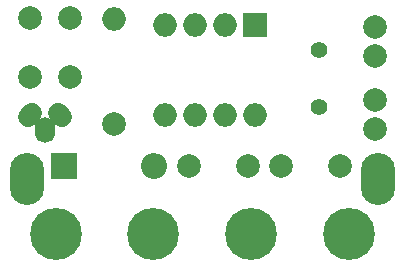
<source format=gbr>
G04 #@! TF.FileFunction,Soldermask,Top*
%FSLAX46Y46*%
G04 Gerber Fmt 4.6, Leading zero omitted, Abs format (unit mm)*
G04 Created by KiCad (PCBNEW 4.0.7) date 04/04/19 07:33:12*
%MOMM*%
%LPD*%
G01*
G04 APERTURE LIST*
%ADD10C,0.100000*%
%ADD11C,2.000000*%
%ADD12O,2.000000X2.000000*%
%ADD13O,2.900000X4.400000*%
%ADD14R,2.200000X2.200000*%
%ADD15O,2.200000X2.200000*%
%ADD16C,4.400000*%
%ADD17R,2.000000X2.000000*%
%ADD18C,1.400000*%
%ADD19O,1.700000X2.200000*%
%ADD20C,1.700000*%
G04 APERTURE END LIST*
D10*
D11*
X73787000Y-90932000D03*
D12*
X73787000Y-82042000D03*
D11*
X70104000Y-86995000D03*
X70104000Y-81995000D03*
X66675000Y-86995000D03*
X66675000Y-81995000D03*
D13*
X66421000Y-95631000D03*
X96139000Y-95631000D03*
D11*
X92964000Y-94488000D03*
X87964000Y-94488000D03*
X95885000Y-88900000D03*
X95885000Y-91400000D03*
X95885000Y-85217000D03*
X95885000Y-82717000D03*
X80137000Y-94488000D03*
X85137000Y-94488000D03*
D14*
X69596000Y-94488000D03*
D15*
X77216000Y-94488000D03*
D16*
X68890000Y-100240000D03*
X77150000Y-100240000D03*
X85410000Y-100240000D03*
X93670000Y-100240000D03*
D17*
X85725000Y-82550000D03*
D12*
X78105000Y-90170000D03*
X83185000Y-82550000D03*
X80645000Y-90170000D03*
X80645000Y-82550000D03*
X83185000Y-90170000D03*
X78105000Y-82550000D03*
X85725000Y-90170000D03*
D18*
X91186000Y-89535000D03*
X91186000Y-84655000D03*
D19*
X67945000Y-91440000D03*
D20*
X69391777Y-90346777D02*
X69038223Y-89993223D01*
X66851777Y-89993223D02*
X66498223Y-90346777D01*
M02*

</source>
